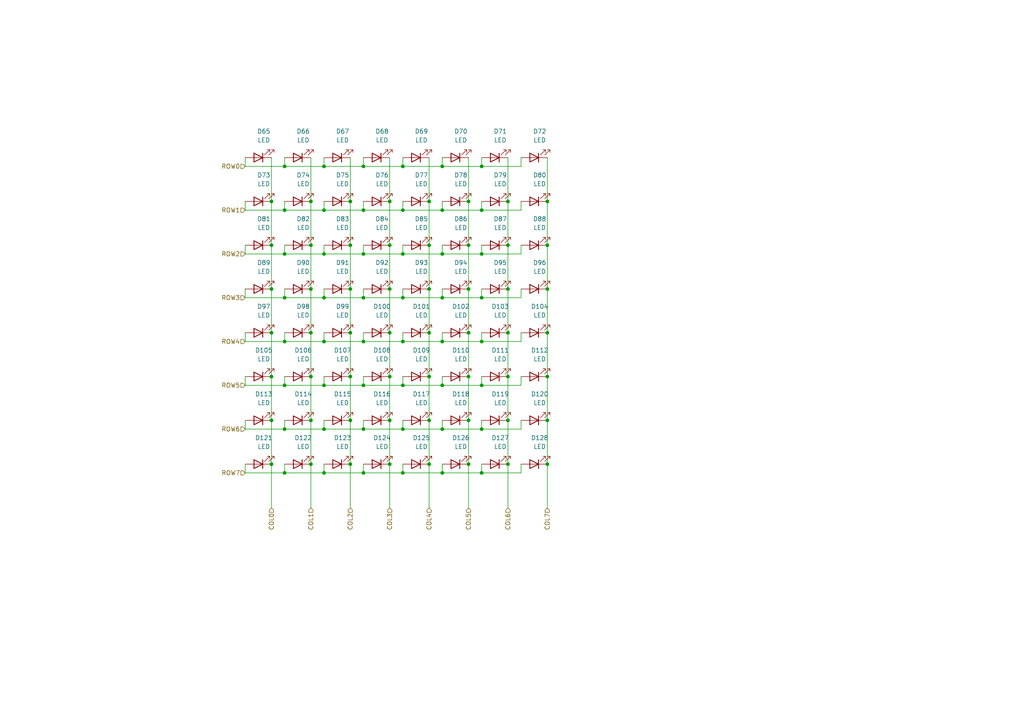
<source format=kicad_sch>
(kicad_sch (version 20230121) (generator eeschema)
  (paper "A4")
  (lib_symbols
    (symbol "Device:LED" (pin_numbers hide) (pin_names (offset 1.016) hide)
      (property "Reference" "D" (at 0 2.54 0))
      (property "Value" "LED" (at 0 -2.54 0))
      (symbol "LED_0_1"
        (polyline (pts (xy -1.27 -1.27) (xy -1.27 1.27)) (stroke (width 0.254)))
        (polyline (pts (xy -1.27 0) (xy 1.27 0)))
        (polyline (pts (xy 1.27 -1.27) (xy 1.27 1.27) (xy -1.27 0) (xy 1.27 -1.27)) (stroke (width 0.254)))
        (polyline (pts (xy -3.048 -0.762) (xy -4.572 -2.286) (xy -3.81 -2.286) (xy -4.572 -2.286) (xy -4.572 -1.524)))
        (polyline (pts (xy -1.778 -0.762) (xy -3.302 -2.286) (xy -2.54 -2.286) (xy -3.302 -2.286) (xy -3.302 -1.524)))
      )
      (symbol "LED_1_1"
        (pin passive line (at -3.81 0 0) (length 2.54) (name "K") (number "1"))
        (pin passive line (at 3.81 0 180) (length 2.54) (name "A") (number "2"))
      )
    )
  )
  (junction (at 116.84 99.06))
  (junction (at 147.32 134.62))
  (junction (at 128.27 86.36))
  (junction (at 124.46 121.92))
  (junction (at 90.17 83.82))
  (junction (at 139.7 73.66))
  (junction (at 82.55 86.36))
  (junction (at 90.17 109.22))
  (junction (at 93.98 73.66))
  (junction (at 135.89 109.22))
  (junction (at 101.6 58.42))
  (junction (at 128.27 124.46))
  (junction (at 147.32 121.92))
  (junction (at 135.89 83.82))
  (junction (at 78.74 134.62))
  (junction (at 93.98 48.26))
  (junction (at 147.32 96.52))
  (junction (at 101.6 96.52))
  (junction (at 105.41 124.46))
  (junction (at 93.98 111.76))
  (junction (at 105.41 99.06))
  (junction (at 116.84 48.26))
  (junction (at 101.6 109.22))
  (junction (at 105.41 137.16))
  (junction (at 139.7 137.16))
  (junction (at 90.17 58.42))
  (junction (at 90.17 96.52))
  (junction (at 116.84 86.36))
  (junction (at 116.84 60.96))
  (junction (at 116.84 73.66))
  (junction (at 90.17 121.92))
  (junction (at 78.74 109.22))
  (junction (at 158.75 83.82))
  (junction (at 135.89 71.12))
  (junction (at 139.7 124.46))
  (junction (at 147.32 71.12))
  (junction (at 128.27 48.26))
  (junction (at 93.98 124.46))
  (junction (at 78.74 83.82))
  (junction (at 93.98 99.06))
  (junction (at 139.7 86.36))
  (junction (at 82.55 99.06))
  (junction (at 82.55 48.26))
  (junction (at 113.03 96.52))
  (junction (at 105.41 60.96))
  (junction (at 147.32 109.22))
  (junction (at 139.7 111.76))
  (junction (at 82.55 137.16))
  (junction (at 82.55 111.76))
  (junction (at 101.6 134.62))
  (junction (at 113.03 58.42))
  (junction (at 139.7 60.96))
  (junction (at 128.27 99.06))
  (junction (at 113.03 109.22))
  (junction (at 128.27 60.96))
  (junction (at 93.98 137.16))
  (junction (at 147.32 58.42))
  (junction (at 135.89 96.52))
  (junction (at 116.84 124.46))
  (junction (at 158.75 71.12))
  (junction (at 105.41 48.26))
  (junction (at 101.6 71.12))
  (junction (at 124.46 71.12))
  (junction (at 82.55 60.96))
  (junction (at 78.74 121.92))
  (junction (at 135.89 58.42))
  (junction (at 135.89 121.92))
  (junction (at 90.17 134.62))
  (junction (at 128.27 137.16))
  (junction (at 116.84 111.76))
  (junction (at 113.03 121.92))
  (junction (at 158.75 58.42))
  (junction (at 124.46 96.52))
  (junction (at 147.32 83.82))
  (junction (at 139.7 48.26))
  (junction (at 105.41 73.66))
  (junction (at 101.6 121.92))
  (junction (at 124.46 109.22))
  (junction (at 158.75 109.22))
  (junction (at 128.27 73.66))
  (junction (at 78.74 58.42))
  (junction (at 158.75 121.92))
  (junction (at 101.6 83.82))
  (junction (at 158.75 134.62))
  (junction (at 105.41 86.36))
  (junction (at 78.74 71.12))
  (junction (at 124.46 134.62))
  (junction (at 113.03 134.62))
  (junction (at 158.75 96.52))
  (junction (at 105.41 111.76))
  (junction (at 82.55 124.46))
  (junction (at 124.46 83.82))
  (junction (at 124.46 58.42))
  (junction (at 93.98 86.36))
  (junction (at 135.89 134.62))
  (junction (at 82.55 73.66))
  (junction (at 128.27 111.76))
  (junction (at 93.98 60.96))
  (junction (at 113.03 83.82))
  (junction (at 90.17 71.12))
  (junction (at 78.74 96.52))
  (junction (at 113.03 71.12))
  (junction (at 139.7 99.06))
  (junction (at 116.84 137.16))
  (wire (pts (xy 105.41 86.36) (xy 116.84 86.36)))
  (wire (pts (xy 116.84 124.46) (xy 128.27 124.46)))
  (wire (pts (xy 105.41 99.06) (xy 116.84 99.06)))
  (wire (pts (xy 105.41 73.66) (xy 116.84 73.66)))
  (wire (pts (xy 116.84 86.36) (xy 128.27 86.36)))
  (wire (pts (xy 139.7 124.46) (xy 139.7 121.92)))
  (wire (pts (xy 78.74 45.72) (xy 78.74 58.42)))
  (wire (pts (xy 139.7 60.96) (xy 151.13 60.96)))
  (wire (pts (xy 128.27 137.16) (xy 139.7 137.16)))
  (wire (pts (xy 93.98 73.66) (xy 93.98 71.12)))
  (wire (pts (xy 93.98 86.36) (xy 93.98 83.82)))
  (wire (pts (xy 101.6 83.82) (xy 101.6 96.52)))
  (wire (pts (xy 78.74 71.12) (xy 78.74 83.82)))
  (wire (pts (xy 116.84 73.66) (xy 116.84 71.12)))
  (wire (pts (xy 101.6 134.62) (xy 101.6 147.32)))
  (wire (pts (xy 128.27 99.06) (xy 139.7 99.06)))
  (wire (pts (xy 71.12 121.92) (xy 71.12 124.46)))
  (wire (pts (xy 116.84 137.16) (xy 116.84 134.62)))
  (wire (pts (xy 158.75 45.72) (xy 158.75 58.42)))
  (wire (pts (xy 82.55 99.06) (xy 93.98 99.06)))
  (wire (pts (xy 82.55 111.76) (xy 93.98 111.76)))
  (wire (pts (xy 113.03 58.42) (xy 113.03 71.12)))
  (wire (pts (xy 135.89 96.52) (xy 135.89 109.22)))
  (wire (pts (xy 71.12 96.52) (xy 71.12 99.06)))
  (wire (pts (xy 151.13 73.66) (xy 151.13 71.12)))
  (wire (pts (xy 90.17 71.12) (xy 90.17 83.82)))
  (wire (pts (xy 151.13 86.36) (xy 151.13 83.82)))
  (wire (pts (xy 71.12 73.66) (xy 82.55 73.66)))
  (wire (pts (xy 93.98 124.46) (xy 93.98 121.92)))
  (wire (pts (xy 78.74 83.82) (xy 78.74 96.52)))
  (wire (pts (xy 124.46 83.82) (xy 124.46 96.52)))
  (wire (pts (xy 124.46 71.12) (xy 124.46 83.82)))
  (wire (pts (xy 158.75 83.82) (xy 158.75 96.52)))
  (wire (pts (xy 82.55 137.16) (xy 82.55 134.62)))
  (wire (pts (xy 71.12 86.36) (xy 82.55 86.36)))
  (wire (pts (xy 158.75 96.52) (xy 158.75 109.22)))
  (wire (pts (xy 78.74 58.42) (xy 78.74 71.12)))
  (wire (pts (xy 116.84 60.96) (xy 116.84 58.42)))
  (wire (pts (xy 147.32 83.82) (xy 147.32 96.52)))
  (wire (pts (xy 139.7 60.96) (xy 139.7 58.42)))
  (wire (pts (xy 139.7 111.76) (xy 151.13 111.76)))
  (wire (pts (xy 78.74 121.92) (xy 78.74 134.62)))
  (wire (pts (xy 101.6 71.12) (xy 101.6 83.82)))
  (wire (pts (xy 113.03 109.22) (xy 113.03 121.92)))
  (wire (pts (xy 116.84 111.76) (xy 128.27 111.76)))
  (wire (pts (xy 128.27 124.46) (xy 139.7 124.46)))
  (wire (pts (xy 151.13 99.06) (xy 151.13 96.52)))
  (wire (pts (xy 101.6 121.92) (xy 101.6 134.62)))
  (wire (pts (xy 82.55 124.46) (xy 93.98 124.46)))
  (wire (pts (xy 78.74 96.52) (xy 78.74 109.22)))
  (wire (pts (xy 93.98 137.16) (xy 93.98 134.62)))
  (wire (pts (xy 151.13 124.46) (xy 151.13 121.92)))
  (wire (pts (xy 105.41 48.26) (xy 116.84 48.26)))
  (wire (pts (xy 93.98 99.06) (xy 105.41 99.06)))
  (wire (pts (xy 71.12 48.26) (xy 82.55 48.26)))
  (wire (pts (xy 90.17 121.92) (xy 90.17 134.62)))
  (wire (pts (xy 147.32 45.72) (xy 147.32 58.42)))
  (wire (pts (xy 158.75 71.12) (xy 158.75 83.82)))
  (wire (pts (xy 105.41 60.96) (xy 105.41 58.42)))
  (wire (pts (xy 71.12 111.76) (xy 82.55 111.76)))
  (wire (pts (xy 93.98 86.36) (xy 105.41 86.36)))
  (wire (pts (xy 113.03 83.82) (xy 113.03 96.52)))
  (wire (pts (xy 82.55 137.16) (xy 93.98 137.16)))
  (wire (pts (xy 139.7 137.16) (xy 139.7 134.62)))
  (wire (pts (xy 147.32 134.62) (xy 147.32 147.32)))
  (wire (pts (xy 71.12 99.06) (xy 82.55 99.06)))
  (wire (pts (xy 105.41 73.66) (xy 105.41 71.12)))
  (wire (pts (xy 147.32 121.92) (xy 147.32 134.62)))
  (wire (pts (xy 105.41 124.46) (xy 116.84 124.46)))
  (wire (pts (xy 135.89 71.12) (xy 135.89 83.82)))
  (wire (pts (xy 116.84 73.66) (xy 128.27 73.66)))
  (wire (pts (xy 124.46 58.42) (xy 124.46 71.12)))
  (wire (pts (xy 135.89 83.82) (xy 135.89 96.52)))
  (wire (pts (xy 113.03 134.62) (xy 113.03 147.32)))
  (wire (pts (xy 93.98 48.26) (xy 93.98 45.72)))
  (wire (pts (xy 116.84 137.16) (xy 128.27 137.16)))
  (wire (pts (xy 105.41 137.16) (xy 116.84 137.16)))
  (wire (pts (xy 90.17 45.72) (xy 90.17 58.42)))
  (wire (pts (xy 116.84 99.06) (xy 128.27 99.06)))
  (wire (pts (xy 93.98 137.16) (xy 105.41 137.16)))
  (wire (pts (xy 135.89 45.72) (xy 135.89 58.42)))
  (wire (pts (xy 93.98 99.06) (xy 93.98 96.52)))
  (wire (pts (xy 128.27 60.96) (xy 128.27 58.42)))
  (wire (pts (xy 147.32 109.22) (xy 147.32 121.92)))
  (wire (pts (xy 113.03 45.72) (xy 113.03 58.42)))
  (wire (pts (xy 82.55 86.36) (xy 82.55 83.82)))
  (wire (pts (xy 135.89 121.92) (xy 135.89 134.62)))
  (wire (pts (xy 78.74 109.22) (xy 78.74 121.92)))
  (wire (pts (xy 90.17 96.52) (xy 90.17 109.22)))
  (wire (pts (xy 135.89 134.62) (xy 135.89 147.32)))
  (wire (pts (xy 128.27 73.66) (xy 139.7 73.66)))
  (wire (pts (xy 101.6 109.22) (xy 101.6 121.92)))
  (wire (pts (xy 105.41 137.16) (xy 105.41 134.62)))
  (wire (pts (xy 90.17 58.42) (xy 90.17 71.12)))
  (wire (pts (xy 158.75 134.62) (xy 158.75 147.32)))
  (wire (pts (xy 90.17 83.82) (xy 90.17 96.52)))
  (wire (pts (xy 101.6 96.52) (xy 101.6 109.22)))
  (wire (pts (xy 139.7 48.26) (xy 139.7 45.72)))
  (wire (pts (xy 71.12 45.72) (xy 71.12 48.26)))
  (wire (pts (xy 93.98 111.76) (xy 93.98 109.22)))
  (wire (pts (xy 93.98 124.46) (xy 105.41 124.46)))
  (wire (pts (xy 116.84 60.96) (xy 128.27 60.96)))
  (wire (pts (xy 139.7 99.06) (xy 139.7 96.52)))
  (wire (pts (xy 105.41 48.26) (xy 105.41 45.72)))
  (wire (pts (xy 93.98 73.66) (xy 105.41 73.66)))
  (wire (pts (xy 105.41 124.46) (xy 105.41 121.92)))
  (wire (pts (xy 105.41 86.36) (xy 105.41 83.82)))
  (wire (pts (xy 105.41 60.96) (xy 116.84 60.96)))
  (wire (pts (xy 124.46 45.72) (xy 124.46 58.42)))
  (wire (pts (xy 105.41 111.76) (xy 105.41 109.22)))
  (wire (pts (xy 82.55 60.96) (xy 82.55 58.42)))
  (wire (pts (xy 139.7 86.36) (xy 151.13 86.36)))
  (wire (pts (xy 113.03 121.92) (xy 113.03 134.62)))
  (wire (pts (xy 116.84 48.26) (xy 128.27 48.26)))
  (wire (pts (xy 101.6 58.42) (xy 101.6 71.12)))
  (wire (pts (xy 151.13 137.16) (xy 151.13 134.62)))
  (wire (pts (xy 128.27 111.76) (xy 128.27 109.22)))
  (wire (pts (xy 151.13 111.76) (xy 151.13 109.22)))
  (wire (pts (xy 151.13 60.96) (xy 151.13 58.42)))
  (wire (pts (xy 90.17 109.22) (xy 90.17 121.92)))
  (wire (pts (xy 139.7 73.66) (xy 151.13 73.66)))
  (wire (pts (xy 71.12 137.16) (xy 82.55 137.16)))
  (wire (pts (xy 128.27 86.36) (xy 139.7 86.36)))
  (wire (pts (xy 139.7 111.76) (xy 139.7 109.22)))
  (wire (pts (xy 128.27 73.66) (xy 128.27 71.12)))
  (wire (pts (xy 93.98 60.96) (xy 93.98 58.42)))
  (wire (pts (xy 82.55 48.26) (xy 82.55 45.72)))
  (wire (pts (xy 128.27 124.46) (xy 128.27 121.92)))
  (wire (pts (xy 116.84 111.76) (xy 116.84 109.22)))
  (wire (pts (xy 82.55 111.76) (xy 82.55 109.22)))
  (wire (pts (xy 113.03 96.52) (xy 113.03 109.22)))
  (wire (pts (xy 139.7 124.46) (xy 151.13 124.46)))
  (wire (pts (xy 151.13 48.26) (xy 151.13 45.72)))
  (wire (pts (xy 124.46 134.62) (xy 124.46 147.32)))
  (wire (pts (xy 128.27 86.36) (xy 128.27 83.82)))
  (wire (pts (xy 71.12 71.12) (xy 71.12 73.66)))
  (wire (pts (xy 135.89 58.42) (xy 135.89 71.12)))
  (wire (pts (xy 82.55 124.46) (xy 82.55 121.92)))
  (wire (pts (xy 93.98 60.96) (xy 105.41 60.96)))
  (wire (pts (xy 139.7 73.66) (xy 139.7 71.12)))
  (wire (pts (xy 82.55 48.26) (xy 93.98 48.26)))
  (wire (pts (xy 128.27 99.06) (xy 128.27 96.52)))
  (wire (pts (xy 128.27 137.16) (xy 128.27 134.62)))
  (wire (pts (xy 78.74 134.62) (xy 78.74 147.32)))
  (wire (pts (xy 158.75 58.42) (xy 158.75 71.12)))
  (wire (pts (xy 128.27 111.76) (xy 139.7 111.76)))
  (wire (pts (xy 82.55 73.66) (xy 82.55 71.12)))
  (wire (pts (xy 147.32 96.52) (xy 147.32 109.22)))
  (wire (pts (xy 128.27 48.26) (xy 139.7 48.26)))
  (wire (pts (xy 71.12 109.22) (xy 71.12 111.76)))
  (wire (pts (xy 101.6 45.72) (xy 101.6 58.42)))
  (wire (pts (xy 82.55 86.36) (xy 93.98 86.36)))
  (wire (pts (xy 158.75 121.92) (xy 158.75 134.62)))
  (wire (pts (xy 128.27 60.96) (xy 139.7 60.96)))
  (wire (pts (xy 82.55 73.66) (xy 93.98 73.66)))
  (wire (pts (xy 113.03 71.12) (xy 113.03 83.82)))
  (wire (pts (xy 93.98 48.26) (xy 105.41 48.26)))
  (wire (pts (xy 116.84 99.06) (xy 116.84 96.52)))
  (wire (pts (xy 71.12 58.42) (xy 71.12 60.96)))
  (wire (pts (xy 71.12 124.46) (xy 82.55 124.46)))
  (wire (pts (xy 71.12 134.62) (xy 71.12 137.16)))
  (wire (pts (xy 158.75 109.22) (xy 158.75 121.92)))
  (wire (pts (xy 139.7 86.36) (xy 139.7 83.82)))
  (wire (pts (xy 139.7 48.26) (xy 151.13 48.26)))
  (wire (pts (xy 82.55 99.06) (xy 82.55 96.52)))
  (wire (pts (xy 139.7 99.06) (xy 151.13 99.06)))
  (wire (pts (xy 105.41 111.76) (xy 116.84 111.76)))
  (wire (pts (xy 71.12 83.82) (xy 71.12 86.36)))
  (wire (pts (xy 139.7 137.16) (xy 151.13 137.16)))
  (wire (pts (xy 124.46 109.22) (xy 124.46 121.92)))
  (wire (pts (xy 124.46 96.52) (xy 124.46 109.22)))
  (wire (pts (xy 93.98 111.76) (xy 105.41 111.76)))
  (wire (pts (xy 82.55 60.96) (xy 93.98 60.96)))
  (wire (pts (xy 90.17 134.62) (xy 90.17 147.32)))
  (wire (pts (xy 116.84 86.36) (xy 116.84 83.82)))
  (wire (pts (xy 135.89 109.22) (xy 135.89 121.92)))
  (wire (pts (xy 116.84 124.46) (xy 116.84 121.92)))
  (wire (pts (xy 147.32 58.42) (xy 147.32 71.12)))
  (wire (pts (xy 105.41 99.06) (xy 105.41 96.52)))
  (wire (pts (xy 116.84 48.26) (xy 116.84 45.72)))
  (wire (pts (xy 128.27 48.26) (xy 128.27 45.72)))
  (wire (pts (xy 124.46 121.92) (xy 124.46 134.62)))
  (wire (pts (xy 147.32 71.12) (xy 147.32 83.82)))
  (wire (pts (xy 71.12 60.96) (xy 82.55 60.96)))
  (hierarchical_label "ROW4" (shape input) (at 71.12 99.06 180))
  (hierarchical_label "ROW5" (shape input) (at 71.12 111.76 180))
  (hierarchical_label "ROW1" (shape input) (at 71.12 60.96 180))
  (hierarchical_label "ROW6" (shape input) (at 71.12 124.46 180))
  (hierarchical_label "COL0" (shape input) (at 78.74 147.32 270))
  (hierarchical_label "COL1" (shape input) (at 90.17 147.32 270))
  (hierarchical_label "ROW0" (shape input) (at 71.12 48.26 180))
  (hierarchical_label "ROW2" (shape input) (at 71.12 73.66 180))
  (hierarchical_label "ROW7" (shape input) (at 71.12 137.16 180))
  (hierarchical_label "COL3" (shape input) (at 113.03 147.32 270))
  (hierarchical_label "COL7" (shape input) (at 158.75 147.32 270))
  (hierarchical_label "COL5" (shape input) (at 135.89 147.32 270))
  (hierarchical_label "COL6" (shape input) (at 147.32 147.32 270))
  (hierarchical_label "ROW3" (shape input) (at 71.12 86.36 180))
  (hierarchical_label "COL4" (shape input) (at 124.46 147.32 270))
  (hierarchical_label "COL2" (shape input) (at 101.6 147.32 270))
  (symbol (lib_id "Device:LED") (at 120.65 121.92 180) (unit 1)
    (property "Reference" "D117" (at 122.2375 114.3 0))
    (property "Value" "LED" (at 122.2375 116.84 0))
  )
  (symbol (lib_id "Device:LED") (at 86.36 45.72 180) (unit 1)
    (property "Reference" "D66" (at 87.9475 38.1 0))
    (property "Value" "LED" (at 87.9475 40.64 0))
  )
  (symbol (lib_id "Device:LED") (at 97.79 109.22 180) (unit 1)
    (property "Reference" "D107" (at 99.3775 101.6 0))
    (property "Value" "LED" (at 99.3775 104.14 0))
  )
  (symbol (lib_id "Device:LED") (at 86.36 71.12 180) (unit 1)
    (property "Reference" "D82" (at 87.9475 63.5 0))
    (property "Value" "LED" (at 87.9475 66.04 0))
  )
  (symbol (lib_id "Device:LED") (at 86.36 83.82 180) (unit 1)
    (property "Reference" "D90" (at 87.9475 76.2 0))
    (property "Value" "LED" (at 87.9475 78.74 0))
  )
  (symbol (lib_id "Device:LED") (at 74.93 58.42 180) (unit 1)
    (property "Reference" "D73" (at 76.5175 50.8 0))
    (property "Value" "LED" (at 76.5175 53.34 0))
  )
  (symbol (lib_id "Device:LED") (at 97.79 121.92 180) (unit 1)
    (property "Reference" "D115" (at 99.3775 114.3 0))
    (property "Value" "LED" (at 99.3775 116.84 0))
  )
  (symbol (lib_id "Device:LED") (at 109.22 121.92 180) (unit 1)
    (property "Reference" "D116" (at 110.8075 114.3 0))
    (property "Value" "LED" (at 110.8075 116.84 0))
  )
  (symbol (lib_id "Device:LED") (at 154.94 96.52 180) (unit 1)
    (property "Reference" "D104" (at 156.5275 88.9 0))
    (property "Value" "LED" (at 156.5275 91.44 0))
  )
  (symbol (lib_id "Device:LED") (at 97.79 71.12 180) (unit 1)
    (property "Reference" "D83" (at 99.3775 63.5 0))
    (property "Value" "LED" (at 99.3775 66.04 0))
  )
  (symbol (lib_id "Device:LED") (at 154.94 109.22 180) (unit 1)
    (property "Reference" "D112" (at 156.5275 101.6 0))
    (property "Value" "LED" (at 156.5275 104.14 0))
  )
  (symbol (lib_id "Device:LED") (at 132.08 121.92 180) (unit 1)
    (property "Reference" "D118" (at 133.6675 114.3 0))
    (property "Value" "LED" (at 133.6675 116.84 0))
  )
  (symbol (lib_id "Device:LED") (at 86.36 109.22 180) (unit 1)
    (property "Reference" "D106" (at 87.9475 101.6 0))
    (property "Value" "LED" (at 87.9475 104.14 0))
  )
  (symbol (lib_id "Device:LED") (at 74.93 45.72 180) (unit 1)
    (property "Reference" "D65" (at 76.5175 38.1 0))
    (property "Value" "LED" (at 76.5175 40.64 0))
  )
  (symbol (lib_id "Device:LED") (at 154.94 134.62 180) (unit 1)
    (property "Reference" "D128" (at 156.5275 127 0))
    (property "Value" "LED" (at 156.5275 129.54 0))
  )
  (symbol (lib_id "Device:LED") (at 143.51 58.42 180) (unit 1)
    (property "Reference" "D79" (at 145.0975 50.8 0))
    (property "Value" "LED" (at 145.0975 53.34 0))
  )
  (symbol (lib_id "Device:LED") (at 143.51 121.92 180) (unit 1)
    (property "Reference" "D119" (at 145.0975 114.3 0))
    (property "Value" "LED" (at 145.0975 116.84 0))
  )
  (symbol (lib_id "Device:LED") (at 132.08 58.42 180) (unit 1)
    (property "Reference" "D78" (at 133.6675 50.8 0))
    (property "Value" "LED" (at 133.6675 53.34 0))
  )
  (symbol (lib_id "Device:LED") (at 143.51 83.82 180) (unit 1)
    (property "Reference" "D95" (at 145.0975 76.2 0))
    (property "Value" "LED" (at 145.0975 78.74 0))
  )
  (symbol (lib_id "Device:LED") (at 74.93 96.52 180) (unit 1)
    (property "Reference" "D97" (at 76.5175 88.9 0))
    (property "Value" "LED" (at 76.5175 91.44 0))
  )
  (symbol (lib_id "Device:LED") (at 86.36 96.52 180) (unit 1)
    (property "Reference" "D98" (at 87.9475 88.9 0))
    (property "Value" "LED" (at 87.9475 91.44 0))
  )
  (symbol (lib_id "Device:LED") (at 97.79 83.82 180) (unit 1)
    (property "Reference" "D91" (at 99.3775 76.2 0))
    (property "Value" "LED" (at 99.3775 78.74 0))
  )
  (symbol (lib_id "Device:LED") (at 109.22 109.22 180) (unit 1)
    (property "Reference" "D108" (at 110.8075 101.6 0))
    (property "Value" "LED" (at 110.8075 104.14 0))
  )
  (symbol (lib_id "Device:LED") (at 154.94 45.72 180) (unit 1)
    (property "Reference" "D72" (at 156.5275 38.1 0))
    (property "Value" "LED" (at 156.5275 40.64 0))
  )
  (symbol (lib_id "Device:LED") (at 109.22 96.52 180) (unit 1)
    (property "Reference" "D100" (at 110.8075 88.9 0))
    (property "Value" "LED" (at 110.8075 91.44 0))
  )
  (symbol (lib_id "Device:LED") (at 132.08 109.22 180) (unit 1)
    (property "Reference" "D110" (at 133.6675 101.6 0))
    (property "Value" "LED" (at 133.6675 104.14 0))
  )
  (symbol (lib_id "Device:LED") (at 97.79 96.52 180) (unit 1)
    (property "Reference" "D99" (at 99.3775 88.9 0))
    (property "Value" "LED" (at 99.3775 91.44 0))
  )
  (symbol (lib_id "Device:LED") (at 120.65 71.12 180) (unit 1)
    (property "Reference" "D85" (at 122.2375 63.5 0))
    (property "Value" "LED" (at 122.2375 66.04 0))
  )
  (symbol (lib_id "Device:LED") (at 120.65 83.82 180) (unit 1)
    (property "Reference" "D93" (at 122.2375 76.2 0))
    (property "Value" "LED" (at 122.2375 78.74 0))
  )
  (symbol (lib_id "Device:LED") (at 74.93 109.22 180) (unit 1)
    (property "Reference" "D105" (at 76.5175 101.6 0))
    (property "Value" "LED" (at 76.5175 104.14 0))
  )
  (symbol (lib_id "Device:LED") (at 132.08 83.82 180) (unit 1)
    (property "Reference" "D94" (at 133.6675 76.2 0))
    (property "Value" "LED" (at 133.6675 78.74 0))
  )
  (symbol (lib_id "Device:LED") (at 97.79 58.42 180) (unit 1)
    (property "Reference" "D75" (at 99.3775 50.8 0))
    (property "Value" "LED" (at 99.3775 53.34 0))
  )
  (symbol (lib_id "Device:LED") (at 132.08 45.72 180) (unit 1)
    (property "Reference" "D70" (at 133.6675 38.1 0))
    (property "Value" "LED" (at 133.6675 40.64 0))
  )
  (symbol (lib_id "Device:LED") (at 132.08 71.12 180) (unit 1)
    (property "Reference" "D86" (at 133.6675 63.5 0))
    (property "Value" "LED" (at 133.6675 66.04 0))
  )
  (symbol (lib_id "Device:LED") (at 132.08 134.62 180) (unit 1)
    (property "Reference" "D126" (at 133.6675 127 0))
    (property "Value" "LED" (at 133.6675 129.54 0))
  )
  (symbol (lib_id "Device:LED") (at 109.22 71.12 180) (unit 1)
    (property "Reference" "D84" (at 110.8075 63.5 0))
    (property "Value" "LED" (at 110.8075 66.04 0))
  )
  (symbol (lib_id "Device:LED") (at 97.79 45.72 180) (unit 1)
    (property "Reference" "D67" (at 99.3775 38.1 0))
    (property "Value" "LED" (at 99.3775 40.64 0))
  )
  (symbol (lib_id "Device:LED") (at 120.65 134.62 180) (unit 1)
    (property "Reference" "D125" (at 122.2375 127 0))
    (property "Value" "LED" (at 122.2375 129.54 0))
  )
  (symbol (lib_id "Device:LED") (at 154.94 71.12 180) (unit 1)
    (property "Reference" "D88" (at 156.5275 63.5 0))
    (property "Value" "LED" (at 156.5275 66.04 0))
  )
  (symbol (lib_id "Device:LED") (at 120.65 96.52 180) (unit 1)
    (property "Reference" "D101" (at 122.2375 88.9 0))
    (property "Value" "LED" (at 122.2375 91.44 0))
  )
  (symbol (lib_id "Device:LED") (at 86.36 58.42 180) (unit 1)
    (property "Reference" "D74" (at 87.9475 50.8 0))
    (property "Value" "LED" (at 87.9475 53.34 0))
  )
  (symbol (lib_id "Device:LED") (at 74.93 71.12 180) (unit 1)
    (property "Reference" "D81" (at 76.5175 63.5 0))
    (property "Value" "LED" (at 76.5175 66.04 0))
  )
  (symbol (lib_id "Device:LED") (at 154.94 121.92 180) (unit 1)
    (property "Reference" "D120" (at 156.5275 114.3 0))
    (property "Value" "LED" (at 156.5275 116.84 0))
  )
  (symbol (lib_id "Device:LED") (at 109.22 134.62 180) (unit 1)
    (property "Reference" "D124" (at 110.8075 127 0))
    (property "Value" "LED" (at 110.8075 129.54 0))
  )
  (symbol (lib_id "Device:LED") (at 74.93 134.62 180) (unit 1)
    (property "Reference" "D121" (at 76.5175 127 0))
    (property "Value" "LED" (at 76.5175 129.54 0))
  )
  (symbol (lib_id "Device:LED") (at 109.22 45.72 180) (unit 1)
    (property "Reference" "D68" (at 110.8075 38.1 0))
    (property "Value" "LED" (at 110.8075 40.64 0))
  )
  (symbol (lib_id "Device:LED") (at 143.51 134.62 180) (unit 1)
    (property "Reference" "D127" (at 145.0975 127 0))
    (property "Value" "LED" (at 145.0975 129.54 0))
  )
  (symbol (lib_id "Device:LED") (at 143.51 109.22 180) (unit 1)
    (property "Reference" "D111" (at 145.0975 101.6 0))
    (property "Value" "LED" (at 145.0975 104.14 0))
  )
  (symbol (lib_id "Device:LED") (at 143.51 45.72 180) (unit 1)
    (property "Reference" "D71" (at 145.0975 38.1 0))
    (property "Value" "LED" (at 145.0975 40.64 0))
  )
  (symbol (lib_id "Device:LED") (at 109.22 58.42 180) (unit 1)
    (property "Reference" "D76" (at 110.8075 50.8 0))
    (property "Value" "LED" (at 110.8075 53.34 0))
  )
  (symbol (lib_id "Device:LED") (at 143.51 96.52 180) (unit 1)
    (property "Reference" "D103" (at 145.0975 88.9 0))
    (property "Value" "LED" (at 145.0975 91.44 0))
  )
  (symbol (lib_id "Device:LED") (at 120.65 58.42 180) (unit 1)
    (property "Reference" "D77" (at 122.2375 50.8 0))
    (property "Value" "LED" (at 122.2375 53.34 0))
  )
  (symbol (lib_id "Device:LED") (at 86.36 134.62 180) (unit 1)
    (property "Reference" "D122" (at 87.9475 127 0))
    (property "Value" "LED" (at 87.9475 129.54 0))
  )
  (symbol (lib_id "Device:LED") (at 120.65 109.22 180) (unit 1)
    (property "Reference" "D109" (at 122.2375 101.6 0))
    (property "Value" "LED" (at 122.2375 104.14 0))
  )
  (symbol (lib_id "Device:LED") (at 132.08 96.52 180) (unit 1)
    (property "Reference" "D102" (at 133.6675 88.9 0))
    (property "Value" "LED" (at 133.6675 91.44 0))
  )
  (symbol (lib_id "Device:LED") (at 109.22 83.82 180) (unit 1)
    (property "Reference" "D92" (at 110.8075 76.2 0))
    (property "Value" "LED" (at 110.8075 78.74 0))
  )
  (symbol (lib_id "Device:LED") (at 74.93 121.92 180) (unit 1)
    (property "Reference" "D113" (at 76.5175 114.3 0))
    (property "Value" "LED" (at 76.5175 116.84 0))
  )
  (symbol (lib_id "Device:LED") (at 120.65 45.72 180) (unit 1)
    (property "Reference" "D69" (at 122.2375 38.1 0))
    (property "Value" "LED" (at 122.2375 40.64 0))
  )
  (symbol (lib_id "Device:LED") (at 154.94 58.42 180) (unit 1)
    (property "Reference" "D80" (at 156.5275 50.8 0))
    (property "Value" "LED" (at 156.5275 53.34 0))
  )
  (symbol (lib_id "Device:LED") (at 97.79 134.62 180) (unit 1)
    (property "Reference" "D123" (at 99.3775 127 0))
    (property "Value" "LED" (at 99.3775 129.54 0))
  )
  (symbol (lib_id "Device:LED") (at 86.36 121.92 180) (unit 1)
    (property "Reference" "D114" (at 87.9475 114.3 0))
    (property "Value" "LED" (at 87.9475 116.84 0))
  )
  (symbol (lib_id "Device:LED") (at 154.94 83.82 180) (unit 1)
    (property "Reference" "D96" (at 156.5275 76.2 0))
    (property "Value" "LED" (at 156.5275 78.74 0))
  )
  (symbol (lib_id "Device:LED") (at 74.93 83.82 180) (unit 1)
    (property "Reference" "D89" (at 76.5175 76.2 0))
    (property "Value" "LED" (at 76.5175 78.74 0))
  )
  (symbol (lib_id "Device:LED") (at 143.51 71.12 180) (unit 1)
    (property "Reference" "D87" (at 145.0975 63.5 0))
    (property "Value" "LED" (at 145.0975 66.04 0))
  )
)
</source>
